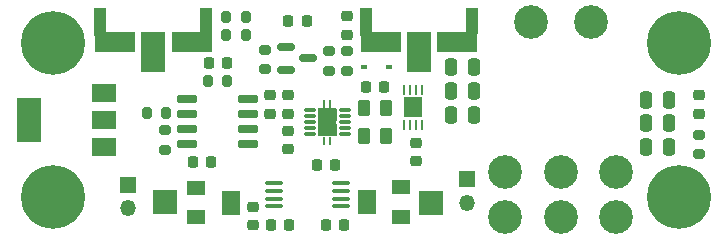
<source format=gts>
%TF.GenerationSoftware,KiCad,Pcbnew,(6.0.6)*%
%TF.CreationDate,2022-12-06T18:53:10+01:00*%
%TF.ProjectId,sa_amp,73615f61-6d70-42e6-9b69-6361645f7063,rev?*%
%TF.SameCoordinates,Original*%
%TF.FileFunction,Soldermask,Top*%
%TF.FilePolarity,Negative*%
%FSLAX46Y46*%
G04 Gerber Fmt 4.6, Leading zero omitted, Abs format (unit mm)*
G04 Created by KiCad (PCBNEW (6.0.6)) date 2022-12-06 18:53:10*
%MOMM*%
%LPD*%
G01*
G04 APERTURE LIST*
G04 Aperture macros list*
%AMRoundRect*
0 Rectangle with rounded corners*
0 $1 Rounding radius*
0 $2 $3 $4 $5 $6 $7 $8 $9 X,Y pos of 4 corners*
0 Add a 4 corners polygon primitive as box body*
4,1,4,$2,$3,$4,$5,$6,$7,$8,$9,$2,$3,0*
0 Add four circle primitives for the rounded corners*
1,1,$1+$1,$2,$3*
1,1,$1+$1,$4,$5*
1,1,$1+$1,$6,$7*
1,1,$1+$1,$8,$9*
0 Add four rect primitives between the rounded corners*
20,1,$1+$1,$2,$3,$4,$5,0*
20,1,$1+$1,$4,$5,$6,$7,0*
20,1,$1+$1,$6,$7,$8,$9,0*
20,1,$1+$1,$8,$9,$2,$3,0*%
G04 Aperture macros list end*
%ADD10RoundRect,0.200000X-0.275000X0.200000X-0.275000X-0.200000X0.275000X-0.200000X0.275000X0.200000X0*%
%ADD11RoundRect,0.218750X-0.256250X0.218750X-0.256250X-0.218750X0.256250X-0.218750X0.256250X0.218750X0*%
%ADD12RoundRect,0.200000X-0.200000X-0.275000X0.200000X-0.275000X0.200000X0.275000X-0.200000X0.275000X0*%
%ADD13RoundRect,0.200000X0.275000X-0.200000X0.275000X0.200000X-0.275000X0.200000X-0.275000X-0.200000X0*%
%ADD14RoundRect,0.225000X0.250000X-0.225000X0.250000X0.225000X-0.250000X0.225000X-0.250000X-0.225000X0*%
%ADD15RoundRect,0.250000X0.250000X0.475000X-0.250000X0.475000X-0.250000X-0.475000X0.250000X-0.475000X0*%
%ADD16R,1.600000X1.300000*%
%ADD17R,1.600000X2.000000*%
%ADD18RoundRect,0.225000X0.225000X0.250000X-0.225000X0.250000X-0.225000X-0.250000X0.225000X-0.250000X0*%
%ADD19RoundRect,0.225000X-0.225000X-0.250000X0.225000X-0.250000X0.225000X0.250000X-0.225000X0.250000X0*%
%ADD20C,3.100000*%
%ADD21C,5.400000*%
%ADD22R,2.000000X1.500000*%
%ADD23R,2.000000X3.800000*%
%ADD24R,1.350000X1.350000*%
%ADD25O,1.350000X1.350000*%
%ADD26RoundRect,0.250000X-0.262500X-0.450000X0.262500X-0.450000X0.262500X0.450000X-0.262500X0.450000X0*%
%ADD27R,0.600000X0.450000*%
%ADD28RoundRect,0.218750X0.218750X0.256250X-0.218750X0.256250X-0.218750X-0.256250X0.218750X-0.256250X0*%
%ADD29RoundRect,0.150000X-0.725000X-0.150000X0.725000X-0.150000X0.725000X0.150000X-0.725000X0.150000X0*%
%ADD30RoundRect,0.225000X-0.250000X0.225000X-0.250000X-0.225000X0.250000X-0.225000X0.250000X0.225000X0*%
%ADD31R,2.000000X2.000000*%
%ADD32R,2.000000X3.500000*%
%ADD33R,3.500000X1.750000*%
%ADD34R,1.000000X2.350000*%
%ADD35R,1.000000X2.200000*%
%ADD36O,0.990000X0.420000*%
%ADD37RoundRect,0.070000X-0.140000X-0.140000X0.140000X-0.140000X0.140000X0.140000X-0.140000X0.140000X0*%
%ADD38R,0.680000X1.050000*%
%ADD39R,0.260000X0.500000*%
%ADD40R,1.650000X2.400000*%
%ADD41R,0.280000X0.700000*%
%ADD42RoundRect,0.062500X-0.062500X0.325000X-0.062500X-0.325000X0.062500X-0.325000X0.062500X0.325000X0*%
%ADD43R,1.650000X1.800000*%
%ADD44RoundRect,0.150000X-0.587500X-0.150000X0.587500X-0.150000X0.587500X0.150000X-0.587500X0.150000X0*%
%ADD45RoundRect,0.200000X0.200000X0.275000X-0.200000X0.275000X-0.200000X-0.275000X0.200000X-0.275000X0*%
%ADD46RoundRect,0.100000X-0.637500X-0.100000X0.637500X-0.100000X0.637500X0.100000X-0.637500X0.100000X0*%
%ADD47C,2.850000*%
G04 APERTURE END LIST*
D10*
%TO.C,R11*%
X158200000Y-111275000D03*
X158200000Y-112925000D03*
%TD*%
D11*
%TO.C,D4*%
X158200000Y-107912500D03*
X158200000Y-109487500D03*
%TD*%
D12*
%TO.C,R1*%
X111437500Y-109450000D03*
X113087500Y-109450000D03*
%TD*%
D13*
%TO.C,R7*%
X128400000Y-105825000D03*
X128400000Y-104175000D03*
%TD*%
D10*
%TO.C,R9*%
X126900000Y-104175000D03*
X126900000Y-105825000D03*
%TD*%
D14*
%TO.C,C6*%
X128400000Y-102775000D03*
X128400000Y-101225000D03*
%TD*%
D15*
%TO.C,C3*%
X155650000Y-108300000D03*
X153750000Y-108300000D03*
%TD*%
D16*
%TO.C,RV1*%
X115662500Y-115750000D03*
D17*
X118562500Y-117000000D03*
D16*
X115662500Y-118250000D03*
%TD*%
D18*
%TO.C,C15*%
X131575000Y-107250000D03*
X130025000Y-107250000D03*
%TD*%
D19*
%TO.C,C12*%
X126637500Y-118900000D03*
X128187500Y-118900000D03*
%TD*%
D20*
%TO.C,H2*%
X156500000Y-103500000D03*
D21*
X156500000Y-103500000D03*
%TD*%
D22*
%TO.C,D2*%
X107800000Y-112300000D03*
X107800000Y-110000000D03*
X107800000Y-107700000D03*
D23*
X101500000Y-110000000D03*
%TD*%
D14*
%TO.C,C2*%
X121912500Y-109475000D03*
X121912500Y-107925000D03*
%TD*%
D18*
%TO.C,C17*%
X123487500Y-118900000D03*
X121937500Y-118900000D03*
%TD*%
D24*
%TO.C,BT1*%
X138600000Y-115000000D03*
D25*
X138600000Y-117000000D03*
%TD*%
D21*
%TO.C,H1*%
X103500000Y-103500000D03*
D20*
X103500000Y-103500000D03*
%TD*%
%TO.C,H3*%
X156500000Y-116500000D03*
D21*
X156500000Y-116500000D03*
%TD*%
D26*
%TO.C,R4*%
X129887500Y-111400000D03*
X131712500Y-111400000D03*
%TD*%
D27*
%TO.C,D3*%
X129850000Y-105500000D03*
X131950000Y-105500000D03*
%TD*%
D15*
%TO.C,C13*%
X139150000Y-109550000D03*
X137250000Y-109550000D03*
%TD*%
D12*
%TO.C,R6*%
X118175000Y-101300000D03*
X119825000Y-101300000D03*
%TD*%
D16*
%TO.C,RV2*%
X132962500Y-118200000D03*
D17*
X130062500Y-116950000D03*
D16*
X132962500Y-115700000D03*
%TD*%
D28*
%TO.C,D1*%
X124987500Y-101600000D03*
X123412500Y-101600000D03*
%TD*%
D14*
%TO.C,C10*%
X123412500Y-112475000D03*
X123412500Y-110925000D03*
%TD*%
D29*
%TO.C,U1*%
X114887500Y-108245000D03*
X114887500Y-109515000D03*
X114887500Y-110785000D03*
X114887500Y-112055000D03*
X120037500Y-112055000D03*
X120037500Y-110785000D03*
X120037500Y-109515000D03*
X120037500Y-108245000D03*
%TD*%
D30*
%TO.C,C11*%
X120412500Y-117375000D03*
X120412500Y-118925000D03*
%TD*%
D31*
%TO.C,TP2*%
X135500000Y-117000000D03*
%TD*%
D19*
%TO.C,C4*%
X116687500Y-105200000D03*
X118237500Y-105200000D03*
%TD*%
D13*
%TO.C,R10*%
X121500000Y-105725000D03*
X121500000Y-104075000D03*
%TD*%
D18*
%TO.C,C5*%
X116887500Y-113600000D03*
X115337500Y-113600000D03*
%TD*%
D32*
%TO.C,J1*%
X112000000Y-104250000D03*
D33*
X115250000Y-103375000D03*
D34*
X107500000Y-101675000D03*
D35*
X116500000Y-101600000D03*
D33*
X108750000Y-103375000D03*
%TD*%
D15*
%TO.C,C1*%
X139150000Y-105550000D03*
X137250000Y-105550000D03*
%TD*%
D14*
%TO.C,C18*%
X134250000Y-113475000D03*
X134250000Y-111925000D03*
%TD*%
D36*
%TO.C,U2*%
X125275000Y-109200000D03*
D37*
X124990000Y-109200000D03*
D36*
X125275000Y-109700000D03*
D37*
X124990000Y-109700000D03*
D36*
X125275000Y-110200000D03*
D37*
X124990000Y-110200000D03*
D36*
X125275000Y-110700000D03*
D37*
X124990000Y-110700000D03*
D36*
X125275000Y-111200000D03*
D37*
X124990000Y-111200000D03*
X128510000Y-111200000D03*
D36*
X128225000Y-111200000D03*
D37*
X128510000Y-110700000D03*
D36*
X128225000Y-110700000D03*
X128225000Y-110200000D03*
D37*
X128510000Y-110200000D03*
D36*
X128225000Y-109700000D03*
D37*
X128510000Y-109700000D03*
D36*
X128225000Y-109200000D03*
D37*
X128510000Y-109200000D03*
D38*
X126300000Y-110835000D03*
D39*
X127000000Y-108570000D03*
D40*
X126750000Y-110200000D03*
D41*
X127000000Y-111750000D03*
D39*
X126500000Y-108570000D03*
D38*
X127200000Y-109565000D03*
D39*
X126500000Y-111830000D03*
D38*
X126300000Y-109565000D03*
D41*
X127000000Y-108650000D03*
X126500000Y-111750000D03*
D38*
X127200000Y-110835000D03*
D41*
X126500000Y-108650000D03*
D39*
X127000000Y-111830000D03*
%TD*%
D42*
%TO.C,U4*%
X134750000Y-107487500D03*
X134250000Y-107487500D03*
X133750000Y-107487500D03*
X133250000Y-107487500D03*
X133250000Y-110412500D03*
X133750000Y-110412500D03*
X134250000Y-110412500D03*
X134750000Y-110412500D03*
D43*
X134000000Y-108950000D03*
%TD*%
D15*
%TO.C,C9*%
X155650000Y-110300000D03*
X153750000Y-110300000D03*
%TD*%
D32*
%TO.C,J2*%
X134500000Y-104250000D03*
D34*
X130000000Y-101675000D03*
D33*
X131250000Y-103375000D03*
D35*
X139000000Y-101600000D03*
D33*
X137750000Y-103375000D03*
%TD*%
D44*
%TO.C,Q1*%
X123262500Y-103850000D03*
X123262500Y-105750000D03*
X125137500Y-104800000D03*
%TD*%
D21*
%TO.C,H4*%
X103500000Y-116500000D03*
D20*
X103500000Y-116500000D03*
%TD*%
D14*
%TO.C,C8*%
X123412500Y-109475000D03*
X123412500Y-107925000D03*
%TD*%
D18*
%TO.C,C14*%
X127437500Y-113850000D03*
X125887500Y-113850000D03*
%TD*%
D15*
%TO.C,C7*%
X139150000Y-107550000D03*
X137250000Y-107550000D03*
%TD*%
D45*
%TO.C,R8*%
X119825000Y-102800000D03*
X118175000Y-102800000D03*
%TD*%
D10*
%TO.C,R2*%
X113012500Y-110875000D03*
X113012500Y-112525000D03*
%TD*%
D15*
%TO.C,C16*%
X155650000Y-112300000D03*
X153750000Y-112300000D03*
%TD*%
D46*
%TO.C,U3*%
X122200000Y-115375000D03*
X122200000Y-116025000D03*
X122200000Y-116675000D03*
X122200000Y-117325000D03*
X127925000Y-117325000D03*
X127925000Y-116675000D03*
X127925000Y-116025000D03*
X127925000Y-115375000D03*
%TD*%
D26*
%TO.C,R5*%
X129887500Y-109000000D03*
X131712500Y-109000000D03*
%TD*%
D31*
%TO.C,TP1*%
X113000000Y-116950000D03*
%TD*%
D24*
%TO.C,BT2*%
X109900000Y-115500000D03*
D25*
X109900000Y-117500000D03*
%TD*%
D47*
%TO.C,SW1*%
X141810000Y-114450000D03*
X146500000Y-114450000D03*
X151190000Y-114450000D03*
X141810000Y-118260000D03*
X146500000Y-118260000D03*
X151190000Y-118260000D03*
X143960000Y-101750000D03*
X149040000Y-101750000D03*
%TD*%
D12*
%TO.C,R3*%
X116637500Y-106700000D03*
X118287500Y-106700000D03*
%TD*%
M02*

</source>
